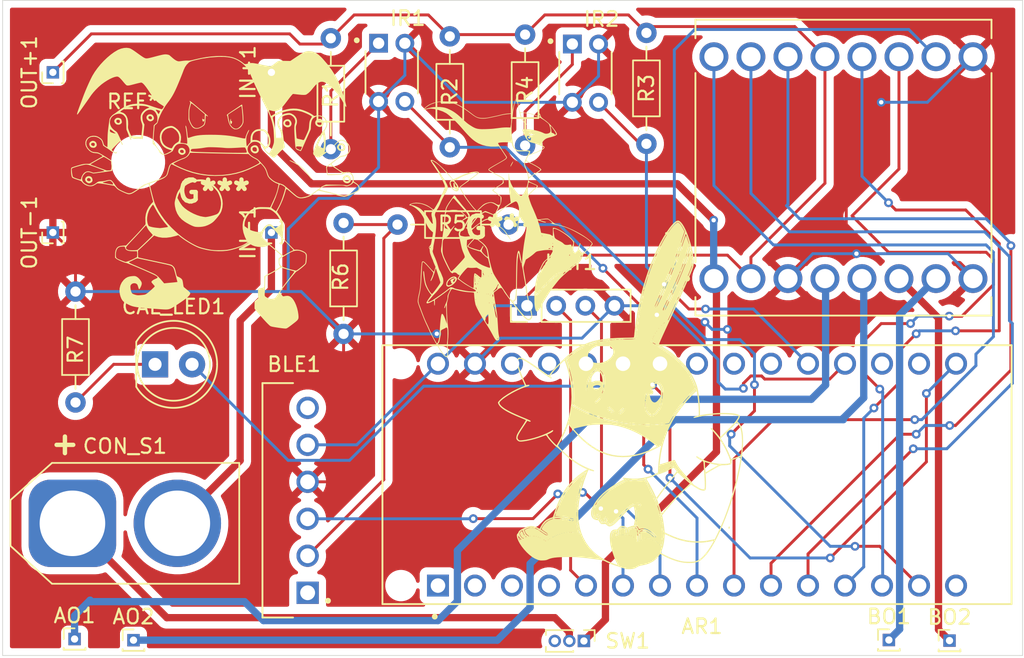
<source format=kicad_pcb>
(kicad_pcb (version 20241229) (generator "pcbnew") (generator_version "9.0")
  (layers (0 "F.Cu" signal) (2 "B.Cu" signal) (13 "F.Paste" user) (15 "B.Paste" user) (5 "F.SilkS" user "F.Silkscreen") (7 "B.SilkS" user "B.Silkscreen") (1 "F.Mask" user) (3 "B.Mask" user) (25 "Edge.Cuts" user))
  (net 0 "")
  (net 1 "/ao1")
  (net 2 "/ao2")
  (net 3 "/tx")
  (net 4 "/echo")
  (net 5 "/d13")
  (net 7 "/trig")
  (net 8 "/d7")
  (net 9 "/a1")
  (net 10 "/d8")
  (net 13 "/ao")
  (net 14 "GND")
  (net 18 "/d10")
  (net 20 "VCC")
  (net 21 "/d11")
  (net 24 "/rx")
  (net 27 "/d9")
  (net 30 "/d6")
  (net 33 "/bo1")
  (net 34 "/bo2")
  (net 35 "/s_in+")
  (net 38 "Net-(BLE1-RX)")
  (net 39 "/s_in-")
  (net 40 "Net-(CON_S1-Pin_1)")
  (net 41 "Net-(IR1-Pad1)")
  (net 42 "Net-(IR2-Pad1)")
  (net 44 "Net-(CAL_LED1-K)")
  (footprint "Connector_PinHeader_1.00mm:PinHeader_1x01_P1.00mm_Vertical" (layer "F.Cu") (at 30.446257 16.944032 90)
    (property "Reference" "IN+1" (at 0 -1.61 90) (layer "F.SilkS"))
    (property "Value" "Conn_01x01_Pin" (hide yes))
    (pad "1" thru_hole rect (at 0 0 90) (size 0.85 0.85) (drill 0.5) (layers "*.Cu" "*.Mask") (net 35 "/s_in+"))
  )
  (footprint "Images:mr_mime" (layer "F.Cu") (at 26.49633 25.128539)
    (property "Reference" "G***" (at 0 0 0) (layer "F.SilkS") (effects (font (size 1.5 1.5) (thickness 0.3))))
    (property "Value" "LOGO" (hide yes))
  )
  (footprint "Connector_PinHeader_1.00mm:PinHeader_1x01_P1.00mm_Vertical" (layer "F.Cu") (at 15.446257 27.944032 90)
    (property "Reference" "OUT-1" (at 0 -1.61 90) (layer "F.SilkS"))
    (property "Value" "Conn_01x01_Pin" (hide yes))
    (pad "1" thru_hole rect (at 0 0 90) (size 0.85 0.85) (drill 0.5) (layers "*.Cu" "*.Mask") (net 14 "GND"))
  )
  (footprint "Connector_PinHeader_1.00mm:PinHeader_1x03_P1.00mm_Vertical" (layer "F.Cu") (at 51.895023 55.999984 -90)
    (property "Reference" "SW1" (at 0 -3 0) (layer "F.SilkS"))
    (property "Value" "Conn_01x03_Pin" (hide yes))
    (pad "1" thru_hole rect (at 0 0 270) (size 0.85 0.85) (drill 0.5) (layers "*.Cu" "*.Mask") (net 35 "/s_in+"))
    (pad "2" thru_hole circle (at 0 1 270) (size 0.85 0.85) (drill 0.5) (layers "*.Cu" "*.Mask") (net 40 "Net-(CON_S1-Pin_1)"))
    (pad "3" thru_hole circle (at 0 2 270) (size 0.85 0.85) (drill 0.5) (layers "*.Cu" "*.Mask"))
  )
  (footprint "Connector_PinHeader_1.00mm:PinHeader_1x01_P1.00mm_Vertical" (layer "F.Cu") (at 15.446257 16.944032 90)
    (property "Reference" "OUT+1" (at 0 -1.61 90) (layer "F.SilkS"))
    (property "Value" "Conn_01x01_Pin" (hide yes))
    (pad "1" thru_hole rect (at 0 0 90) (size 0.85 0.85) (drill 0.5) (layers "*.Cu" "*.Mask") (net 20 "VCC"))
  )
  (footprint "ZC142200:MODULE_ZC142200" (layer "F.Cu") (at 32.931652 46.339103 180)
    (property "Reference" "BLE1" (at 0.931652 9.339103 180) (layer "F.SilkS"))
    (property "Value" "ZC142200" (hide yes))
    (pad "1" thru_hole rect (at 0 -6.35 180) (size 1.53 1.53) (drill 1.02) (layers "*.Cu" "*.Mask"))
    (pad "2" thru_hole circle (at 0 -3.81 180) (size 1.53 1.53) (drill 1.02) (layers "*.Cu" "*.Mask") (net 38 "Net-(BLE1-RX)"))
    (pad "3" thru_hole circle (at 0 -1.27 180) (size 1.53 1.53) (drill 1.02) (layers "*.Cu" "*.Mask") (net 3 "/tx"))
    (pad "4" thru_hole circle (at 0 1.27 180) (size 1.53 1.53) (drill 1.02) (layers "*.Cu" "*.Mask") (net 14 "GND"))
    (pad "5" thru_hole circle (at 0 3.81 180) (size 1.53 1.53) (drill 1.02) (layers "*.Cu" "*.Mask") (net 20 "VCC"))
    (pad "6" thru_hole circle (at 0 6.35 180) (size 1.53 1.53) (drill 1.02) (layers "*.Cu" "*.Mask"))
  )
  (footprint "Connector_PinHeader_1.00mm:PinHeader_1x01_P1.00mm_Vertical" (layer "F.Cu") (at 72.825855 55.934618)
    (property "Reference" "BO1" (at 0 -1.61 0) (layer "F.SilkS"))
    (property "Value" "Conn_01x01_Pin" (hide yes))
    (pad "1" thru_hole rect (at 0 0) (size 0.85 0.85) (drill 0.5) (layers "*.Cu" "*.Mask") (net 33 "/bo1"))
  )
  (footprint "QRE1113:DIP400W50P180L360H200Q4" (layer "F.Cu") (at 52 17)
    (property "Reference" "IR2" (at 1.10308 -3.71173 0) (layer "F.SilkS") (effects (font (size 1.001528 1.001528))))
    (property "Value" "QRE1113" (hide yes))
    (pad "1" thru_hole rect (at -0.9 -2) (size 1.288 1.288) (drill 0.78) (layers "*.Cu" "*.Mask") (net 42 "Net-(IR2-Pad1)"))
    (pad "2" thru_hole circle (at -0.9 2) (size 1.288 1.288) (drill 0.78) (layers "*.Cu" "*.Mask") (net 14 "GND"))
    (pad "3" thru_hole circle (at 0.9 2) (size 1.288 1.288) (drill 0.78) (layers "*.Cu" "*.Mask") (net 9 "/a1"))
    (pad "4" thru_hole circle (at 0.9 -2) (size 1.288 1.288) (drill 0.78) (layers "*.Cu" "*.Mask") (net 14 "GND"))
  )
  (footprint "Connector_PinHeader_1.00mm:PinHeader_1x01_P1.00mm_Vertical" (layer "F.Cu") (at 30.446257 27.944032 90)
    (property "Reference" "IN-1" (at 0 -1.61 90) (layer "F.SilkS"))
    (property "Value" "Conn_01x01_Pin" (hide yes))
    (pad "1" thru_hole rect (at 0 0 90) (size 0.85 0.85) (drill 0.5) (layers "*.Cu" "*.Mask") (net 39 "/s_in-"))
  )
  (footprint "QRE1113:DIP400W50P180L360H200Q4" (layer "F.Cu") (at 38.70423 16.943478)
    (property "Reference" "IR1" (at 1.10308 -3.71173 0) (layer "F.SilkS") (effects (font (size 1.001528 1.001528))))
    (property "Value" "QRE1113" (hide yes))
    (pad "1" thru_hole rect (at -0.9 -2) (size 1.288 1.288) (drill 0.78) (layers "*.Cu" "*.Mask") (net 41 "Net-(IR1-Pad1)"))
    (pad "2" thru_hole circle (at -0.9 2) (size 1.288 1.288) (drill 0.78) (layers "*.Cu" "*.Mask") (net 14 "GND"))
    (pad "3" thru_hole circle (at 0.9 2) (size 1.288 1.288) (drill 0.78) (layers "*.Cu" "*.Mask") (net 13 "/ao"))
    (pad "4" thru_hole circle (at 0.9 -2) (size 1.288 1.288) (drill 0.78) (layers "*.Cu" "*.Mask") (net 14 "GND"))
  )
  (footprint "A000005:MODULE_A000005" (layer "F.Cu") (at 59.657238 44.576412 90)
    (property "Reference" "AR1" (at -10.423588 0.342762 180) (layer "F.SilkS"))
    (property "Value" "A000005" (hide yes))
    (pad "" np_thru_hole circle (at -7.62 -20.32 90) (size 1.651 1.651) (drill 1.651) (layers "*.Cu" "*.Mask"))
    (pad "" np_thru_hole circle (at -7.62 20.32 90) (size 1.651 1.651) (drill 1.651) (layers "*.Cu" "*.Mask"))
    (pad "" np_thru_hole circle (at 7.62 -20.32 90) (size 1.651 1.651) (drill 1.651) (layers "*.Cu" "*.Mask"))
    (pad "" np_thru_hole circle (at 7.62 20.32 90) (size 1.651 1.651) (drill 1.651) (layers "*.Cu" "*.Mask"))
    (pad "1" thru_hole rect (at -7.62 -17.78 90) (size 1.508 1.508) (drill 1) (layers "*.Cu" "*.Mask"))
    (pad "2" thru_hole circle (at -7.62 -15.24 90) (size 1.508 1.508) (drill 1) (layers "*.Cu" "*.Mask"))
    (pad "3" thru_hole circle (at -7.62 -12.7 90) (size 1.508 1.508) (drill 1) (layers "*.Cu" "*.Mask"))
    (pad "4" thru_hole circle (at -7.62 -10.16 90) (size 1.508 1.508) (drill 1) (layers "*.Cu" "*.Mask"))
    (pad "5" thru_hole circle (at -7.62 -7.62 90) (size 1.508 1.508) (drill 1) (layers "*.Cu" "*.Mask") (net 7 "/trig"))
    (pad "6" thru_hole circle (at -7.62 -5.08 90) (size 1.508 1.508) (drill 1) (layers "*.Cu" "*.Mask") (net 4 "/echo"))
    (pad "7" thru_hole circle (at -7.62 -2.54 90) (size 1.508 1.508) (drill 1) (layers "*.Cu" "*.Mask") (net 3 "/tx"))
    (pad "8" thru_hole circle (at -7.62 0 90) (size 1.508 1.508) (drill 1) (layers "*.Cu" "*.Mask") (net 24 "/rx"))
    (pad "9" thru_hole circle (at -7.62 2.54 90) (size 1.508 1.508) (drill 1) (layers "*.Cu" "*.Mask") (net 30 "/d6"))
    (pad "10" thru_hole circle (at -7.62 5.08 90) (size 1.508 1.508) (drill 1) (layers "*.Cu" "*.Mask") (net 8 "/d7"))
    (pad "11" thru_hole circle (at -7.62 7.62 90) (size 1.508 1.508) (drill 1) (layers "*.Cu" "*.Mask") (net 10 "/d8"))
    (pad "12" thru_hole circle (at -7.62 10.16 90) (size 1.508 1.508) (drill 1) (layers "*.Cu" "*.Mask") (net 27 "/d9"))
    (pad "13" thru_hole circle (at -7.62 12.7 90) (size 1.508 1.508) (drill 1) (layers "*.Cu" "*.Mask") (net 18 "/d10"))
    (pad "14" thru_hole circle (at -7.62 15.24 90) (size 1.508 1.508) (drill 1) (layers "*.Cu" "*.Mask") (net 21 "/d11"))
    (pad "15" thru_hole circle (at -7.62 17.78 90) (size 1.508 1.508) (drill 1) (layers "*.Cu" "*.Mask"))
    (pad "16" thru_hole circle (at 7.62 17.78 90) (size 1.508 1.508) (drill 1) (layers "*.Cu" "*.Mask") (net 5 "/d13"))
    (pad "17" thru_hole circle (at 7.62 15.24 90) (size 1.508 1.508) (drill 1) (layers "*.Cu" "*.Mask"))
    (pad "18" thru_hole circle (at 7.62 12.7 90) (size 1.508 1.508) (drill 1) (layers "*.Cu" "*.Mask"))
    (pad "19" thru_hole circle (at 7.62 10.16 90) (size 1.508 1.508) (drill 1) (layers "*.Cu" "*.Mask") (net 13 "/ao"))
    (pad "20" thru_hole circle (at 7.62 7.62 90) (size 1.508 1.508) (drill 1) (layers "*.Cu" "*.Mask") (net 9 "/a1"))
    (pad "21" thru_hole circle (at 7.62 5.08 90) (size 1.508 1.508) (drill 1) (layers "*.Cu" "*.Mask"))
    (pad "22" thru_hole circle (at 7.62 2.54 90) (size 1.508 1.508) (drill 1) (layers "*.Cu" "*.Mask"))
    (pad "23" thru_hole circle (at 7.62 0 90) (size 1.508 1.508) (drill 1) (layers "*.Cu" "*.Mask"))
    (pad "24" thru_hole circle (at 7.62 -2.54 90) (size 1.508 1.508) (drill 1) (layers "*.Cu" "*.Mask"))
    (pad "25" thru_hole circle (at 7.62 -5.08 90) (size 1.508 1.508) (drill 1) (layers "*.Cu" "*.Mask"))
    (pad "26" thru_hole circle (at 7.62 -7.62 90) (size 1.508 1.508) (drill 1) (layers "*.Cu" "*.Mask"))
    (pad "27" thru_hole circle (at 7.62 -10.16 90) (size 1.508 1.508) (drill 1) (layers "*.Cu" "*.Mask"))
    (pad "28" thru_hole circle (at 7.62 -12.7 90) (size 1.508 1.508) (drill 1) (layers "*.Cu" "*.Mask"))
    (pad "29" thru_hole circle (at 7.62 -15.24 90) (size 1.508 1.508) (drill 1) (layers "*.Cu" "*.Mask") (net 14 "GND"))
    (pad "30" thru_hole circle (at 7.62 -17.78 90) (size 1.508 1.508) (drill 1) (layers "*.Cu" "*.Mask") (net 20 "VCC"))
  )
  (footprint "LED_THT:LED_D5.0mm" (layer "F.Cu") (at 22.46 37)
    (property "Reference" "CAL_LED1" (at 1.27 -3.96 0) (layer "F.SilkS"))
    (property "Value" "CAL_LED" (hide yes))
    (pad "1" thru_hole rect (at 0 0) (size 1.8 1.8) (drill 0.9) (layers "*.Cu" "*.Mask") (net 44 "Net-(CAL_LED1-K)"))
    (pad "2" thru_hole circle (at 2.54 0) (size 1.8 1.8) (drill 0.9) (layers "*.Cu" "*.Mask") (net 5 "/d13"))
  )
  (footprint "Connector_PinHeader_1.00mm:PinHeader_1x01_P1.00mm_Vertical" (layer "F.Cu") (at 20.979689 55.945515)
    (property "Reference" "AO2" (at 0 -1.61 0) (layer "F.SilkS"))
    (property "Value" "Conn_01x01_Pin" (hide yes))
    (pad "1" thru_hole rect (at 0 0) (size 0.85 0.85) (drill 0.5) (layers "*.Cu" "*.Mask") (net 2 "/ao2"))
  )
  (footprint "Resistor_THT:R_Axial_DIN0204_L3.6mm_D1.6mm_P7.62mm_Horizontal" (layer "F.Cu") (at 47.857997 21.971998 90)
    (property "Reference" "R4" (at 3.81 0 90) (layer "F.SilkS"))
    (property "Value" "330" (hide yes))
    (pad "1" thru_hole circle (at 0 0 90) (size 1.4 1.4) (drill 0.7) (layers "*.Cu" "*.Mask") (net 42 "Net-(IR2-Pad1)"))
    (pad "2" thru_hole circle (at 7.62 0 90) (size 1.4 1.4) (drill 0.7) (layers "*.Cu" "*.Mask") (net 20 "VCC"))
  )
  (footprint "Resistor_THT:R_Axial_DIN0204_L3.6mm_D1.6mm_P7.62mm_Horizontal" (layer "F.Cu") (at 39.1 27.4)
    (property "Reference" "R5" (at 3.76 -0.07 0) (layer "F.SilkS"))
    (property "Value" "1k" (hide yes))
    (pad "1" thru_hole circle (at 0 0) (size 1.4 1.4) (drill 0.7) (layers "*.Cu" "*.Mask") (net 38 "Net-(BLE1-RX)"))
    (pad "2" thru_hole circle (at 7.62 0) (size 1.4 1.4) (drill 0.7) (layers "*.Cu" "*.Mask") (net 24 "/rx"))
  )
  (footprint "Resistor_THT:R_Axial_DIN0204_L3.6mm_D1.6mm_P7.62mm_Horizontal" (layer "F.Cu") (at 56.184994 21.854999 90)
    (property "Reference" "R3" (at 3.81 0 90) (layer "F.SilkS"))
    (property "Value" "10k" (hide yes))
    (pad "1" thru_hole circle (at 0 0 90) (size 1.4 1.4) (drill 0.7) (layers "*.Cu" "*.Mask") (net 9 "/a1"))
    (pad "2" thru_hole circle (at 7.62 0 90) (size 1.4 1.4) (drill 0.7) (layers "*.Cu" "*.Mask") (net 20 "VCC"))
  )
  (footprint "Connector_PinHeader_1.00mm:PinHeader_1x01_P1.00mm_Vertical" (layer "F.Cu") (at 76.987432 55.974966)
    (property "Reference" "BO2" (at 0 -1.61 0) (layer "F.SilkS"))
    (property "Value" "Conn_01x01_Pin" (hide yes))
    (pad "1" thru_hole rect (at 0 0) (size 0.85 0.85) (drill 0.5) (layers "*.Cu" "*.Mask") (net 34 "/bo2"))
  )
  (footprint "Images:arceus" (layer "F.Cu") (at 46.2 27.6)
    (property "Reference" "G***" (at 0 0 0) (layer "F.SilkS") (effects (font (size 1.5 1.5) (thickness 0.3))))
    (property "Value" "LOGO" (hide yes))
  )
  (footprint "Resistor_THT:R_Axial_DIN0204_L3.6mm_D1.6mm_P7.62mm_Horizontal" (layer "F.Cu") (at 42.689548 22.092603 90)
    (property "Reference" "R2" (at 3.81 0 90) (layer "F.SilkS"))
    (property "Value" "10k" (hide yes))
    (pad "1" thru_hole circle (at 0 0 90) (size 1.4 1.4) (drill 0.7) (layers "*.Cu" "*.Mask") (net 13 "/ao"))
    (pad "2" thru_hole circle (at 7.62 0 90) (size 1.4 1.4) (drill 0.7) (layers "*.Cu" "*.Mask") (net 20 "VCC"))
  )
  (footprint "ROB-14450:MODULE_ROB-14450" (layer "F.Cu") (at 69.707886 23.490744 90)
    (property "Reference" "BH1" (at -5.5332 -11.6132 90) (layer "F.SilkS"))
    (property "Value" "ROB-14450" (hide yes))
    (pad "1" thru_hole circle (at -7.62 -8.89 90) (size 1.98 1.98) (drill 1.32) (layers "*.Cu" "*.Mask") (net 35 "/s_in+"))
    (pad "2" thru_hole circle (at -7.62 -6.35 90) (size 1.98 1.98) (drill 1.32) (layers "*.Cu" "*.Mask") (net 20 "VCC"))
    (pad "3" thru_hole circle (at -7.62 -3.81 90) (size 1.98 1.98) (drill 1.32) (layers "*.Cu" "*.Mask") (net 14 "GND"))
    (pad "4" thru_hole circle (at -7.62 -1.27 90) (size 1.98 1.98) (drill 1.32) (layers "*.Cu" "*.Mask") (net 1 "/ao1"))
    (pad "5" thru_hole circle (at -7.62 1.27 90) (size 1.98 1.98) (drill 1.32) (layers "*.Cu" "*.Mask") (net 2 "/ao2"))
    (pad "6" thru_hole circle (at -7.62 3.81 90) (size 1.98 1.98) (drill 1.32) (layers "*.Cu" "*.Mask") (net 34 "/bo2"))
    (pad "7" thru_hole circle (at -7.62 6.35 90) (size 1.98 1.98) (drill 1.32) (layers "*.Cu" "*.Mask") (net 33 "/bo1"))
    (pad "8" thru_hole circle (at -7.62 8.89 90) (size 1.98 1.98) (drill 1.32) (layers "*.Cu" "*.Mask") (net 14 "GND"))
    (pad "9" thru_hole circle (at 7.62 8.89 90) (size 1.98 1.98) (drill 1.32) (layers "*.Cu" "*.Mask") (net 14 "GND"))
    (pad "10" thru_hole circle (at 7.62 6.35 90) (size 1.98 1.98) (drill 1.32) (layers "*.Cu" "*.Mask") (net 21 "/d11"))
    (pad "11" thru_hole circle (at 7.62 3.81 90) (size 1.98 1.98) (drill 1.32) (layers "*.Cu" "*.Mask") (net 18 "/d10"))
    (pad "12" thru_hole circle (at 7.62 1.27 90) (size 1.98 1.98) (drill 1.32) (layers "*.Cu" "*.Mask") (net 27 "/d9"))
    (pad "13" thru_hole circle (at 7.62 -1.27 90) (size 1.98 1.98) (drill 1.32) (layers "*.Cu" "*.Mask") (net 20 "VCC"))
    (pad "14" thru_hole circle (at 7.62 -3.81 90) (size 1.98 1.98) (drill 1.32) (layers "*.Cu" "*.Mask") (net 8 "/d7"))
    (pad "15" thru_hole circle (at 7.62 -6.35 90) (size 1.98 1.98) (drill 1.32) (layers "*.Cu" "*.Mask") (net 10 "/d8"))
    (pad "16" thru_hole circle (at 7.62 -8.89 90) (size 1.98 1.98) (drill 1.32) (layers "*.Cu" "*.Mask") (net 30 "/d6"))
  )
  (footprint "Resistor_THT:R_Axial_DIN0204_L3.6mm_D1.6mm_P7.62mm_Horizontal" (layer "F.Cu") (at 17 39.62 90)
    (property "Reference" "R7" (at 3.62 0 90) (layer "F.SilkS"))
    (property "Value" "330")
    (pad "1" thru_hole circle (at 0 0 90) (size 1.4 1.4) (drill 0.7) (layers "*.Cu" "*.Mask") (net 44 "Net-(CAL_LED1-K)"))
    (pad "2" thru_hole circle (at 7.62 0 90) (size 1.4 1.4) (drill 0.7) (layers "*.Cu" "*.Mask") (net 14 "GND"))
  )
  (footprint "Connector_AMASS:AMASS_XT60-M_1x02_P7.20mm_Vertical" (layer "F.Cu") (at 16.789103 47.920755)
    (property "Reference" "CON_S1" (at 3.6 -5.3 180) (layer "F.SilkS"))
    (property "Value" "Conn_01x02_Socket" (hide yes))
    (pad "1" thru_hole roundrect (at 0 0) (size 6 6) (drill 4.5) (layers "*.Cu" "*.Mask") (net 40 "Net-(CON_S1-Pin_1)"))
    (pad "2" thru_hole circle (at 7.2 0) (size 6 6) (drill 4.5) (layers "*.Cu" "*.Mask") (net 39 "/s_in-"))
  )
  (footprint "Resistor_THT:R_Axial_DIN0204_L3.6mm_D1.6mm_P7.62mm_Horizontal" (layer "F.Cu") (at 34.524612 22.222205 90)
    (property "Reference" "R1" (at 3.81 0 90) (layer "F.SilkS"))
    (property "Value" "330" (hide yes))
    (pad "1" thru_hole circle (at 0 0 90) (size 1.4 1.4) (drill 0.7) (layers "*.Cu" "*.Mask") (net 41 "Net-(IR1-Pad1)"))
    (pad "2" thru_hole circle (at 7.62 0 90) (size 1.4 1.4) (drill 0.7) (layers "*.Cu" "*.Mask") (net 20 "VCC"))
  )
  (footprint "Connector_PinHeader_1.00mm:PinHeader_1x01_P1.00mm_Vertical" (layer "F.Cu") (at 16.936101 55.867754)
    (property "Reference" "AO1" (at 0 -1.61 0) (layer "F.SilkS"))
    (property "Value" "Conn_01x01_Pin" (hide yes))
    (pad "1" thru_hole rect (at 0 0) (size 0.85 0.85) (drill 0.5) (layers "*.Cu" "*.Mask") (net 1 "/ao1"))
  )
  (footprint "Images:mudkip" (layer "F.Cu") (at 54.4 39.1)
    (property "Reference" "G***" (at 0 0 0) (layer "F.SilkS") (effects (font (size 1.5 1.5) (thickness 0.3))))
    (property "Value" "LOGO" (hide yes))
  )
  (footprint "Connector_PinHeader_2.00mm:PinHeader_1x04_P2.00mm_Vertical" (layer "F.Cu") (at 47.990166 32.975949 90)
    (property "Reference" "ULT1" (at 2.975949 3.009834 180) (layer "F.SilkS"))
    (property "Value" "Conn_01x04_Socket" (hide yes))
    (pad "1" thru_hole rect (at 0 0 90) (size 1.35 1.35) (drill 0.8) (layers "*.Cu" "*.Mask") (net 20 "VCC"))
    (pad "2" thru_hole circle (at 0 2 90) (size 1.35 1.35) (drill 0.8) (layers "*.Cu" "*.Mask") (net 7 "/trig"))
    (pad "3" thru_hole circle (at 0 4 90) (size 1.35 1.35) (drill 0.8) (layers "*.Cu" "*.Mask") (net 4 "/echo"))
    (pad "4" thru_hole circle (at 0 6 90) (size 1.35 1.35) (drill 0.8) (layers "*.Cu" "*.Mask") (net 14 "GND"))
  )
  (footprint "MountingHole:MountingHole_3.2mm_M3" (layer "F.Cu") (at 21.3 23.1)
    (property "Reference" "REF**" (at 0 -4.15 0) (layer "F.SilkS"))
    (property "Value" "MountingHole_3.2mm_M3")
    (pad "" np_thru_hole circle (at 0 0) (size 3.2 3.2) (drill 3.2) (layers "*.Cu" "*.Mask"))
  )
  (footprint "Resistor_THT:R_Axial_DIN0204_L3.6mm_D1.6mm_P7.62mm_Horizontal" (layer "F.Cu") (at 35.4 34.91 90)
    (property "Reference" "R6" (at 3.91 -0.2 90) (layer "F.SilkS"))
    (property "Value" "2k" (hide yes))
    (pad "1" thru_hole circle (at 0 0 90) (size 1.4 1.4) (drill 0.7) (layers "*.Cu" "*.Mask") (net 14 "GND"))
    (pad "2" thru_hole circle (at 7.62 0 90) (size 1.4 1.4) (drill 0.7) (layers "*.Cu" "*.Mask") (net 38 "Net-(BLE1-RX)"))
  )
  (gr_line (start 82 12) (end 82 57) (stroke (width 0.05)) (layer "Edge.Cuts"))
  (gr_line (start 12 12) (end 82 12) (stroke (width 0.05)) (layer "Edge.Cuts"))
  (gr_line (start 82 57) (end 12 57) (stroke (width 0.05)) (layer "Edge.Cuts"))
  (gr_line (start 12 57) (end 12 12) (stroke (width 0.05)) (layer "Edge.Cuts"))
  (gr_text "+" (at 17.4 43.3 0) (layer "F.SilkS") (effects (font (size 1.5 1.5) (thickness 0.3) (bold yes)) (justify left bottom mirror)))
  (segment (start 68.482238 38.417762) (end 68.482238 31.155096) (width 0.5) (layer "B.Cu") (net 1))
  (segment (start 67.5 39.4) (end 68.482238 38.417762) (width 0.5) (layer "B.Cu") (net 1))
  (segment (start 29.9 54.6) (end 41.88365 54.6) (width 0.5) (layer "B.Cu") (net 1))
  (segment (start 41.88365 54.6) (end 43.212238 53.271412) (width 0.5) (layer "B.Cu") (net 1))
  (segment (start 28.6 53.3) (end 29.9 54.6) (width 0.5) (layer "B.Cu") (net 1))
  (segment (start 43.212238 49.787762) (end 53.6 39.4) (width 0.5) (layer "B.Cu") (net 1))
  (segment (start 18.1 53.3) (end 28.6 53.3) (width 0.5) (layer "B.Cu") (net 1))
  (segment (start 68.482238 31.155096) (end 68.437886 31.110744) (width 0.5) (layer "B.Cu") (net 1))
  (segment (start 16.936101 55.867754) (end 16.936101 54.263899) (width 0.5) (layer "B.Cu") (net 1))
  (segment (start 53.6 39.4) (end 67.5 39.4) (width 0.5) (layer "B.Cu") (net 1))
  (segment (start 16.936101 54.263899) (end 18 53.2) (width 0.5) (layer "B.Cu") (net 1))
  (segment (start 18 53.2) (end 18.1 53.3) (width 0.5) (layer "B.Cu") (net 1))
  (segment (start 43.212238 53.271412) (end 43.212238 49.787762) (width 0.5) (layer "B.Cu") (net 1))
  (segment (start 45.954485 55.945515) (end 48.2 53.7) (width 0.5) (layer "B.Cu") (net 2))
  (segment (start 20.979689 55.945515) (end 45.954485 55.945515) (width 0.5) (layer "B.Cu") (net 2))
  (segment (start 48.2 50.7) (end 58.1 40.8) (width 0.5) (layer "B.Cu") (net 2))
  (segment (start 71.1 31.232858) (end 70.977886 31.110744) (width 0.5) (layer "B.Cu") (net 2))
  (segment (start 69.7 40.7) (end 71.1 39.3) (width 0.5) (layer "B.Cu") (net 2))
  (segment (start 71.1 39.3) (end 71.1 31.232858) (width 0.5) (layer "B.Cu") (net 2))
  (segment (start 69.7 40.8) (end 69.7 40.7) (width 0.5) (layer "B.Cu") (net 2))
  (segment (start 58.1 40.8) (end 69.7 40.8) (width 0.5) (layer "B.Cu") (net 2))
  (segment (start 48.2 53.7) (end 48.2 50.7) (width 0.5) (layer "B.Cu") (net 2))
  (segment (start 48.4 47.6) (end 50.1 45.9) (width 0.2) (layer "F.Cu") (net 3))
  (segment (start 51.95147 45.8) (end 53.056066 46.904596) (width 0.2) (layer "F.Cu") (net 3))
  (segment (start 44.3 47.6) (end 48.4 47.6) (width 0.2) (layer "F.Cu") (net 3))
  (segment (start 51.8 45.8) (end 51.95147 45.8) (width 0.2) (layer "F.Cu") (net 3))
  (via (at 53.056066 46.904596) (size 0.6) (drill 0.3) (layers "F.Cu" "B.Cu") (net 3))
  (via (at 50.1 45.9) (size 0.6) (drill 0.3) (layers "F.Cu" "B.Cu") (net 3))
  (via (at 51.8 45.8) (size 0.6) (drill 0.3) (layers "F.Cu" "B.Cu") (net 3))
  (via (at 44.3 47.6) (size 0.6) (drill 0.3) (layers "F.Cu" "B.Cu") (net 3))
  (segment (start 54.348943 46.499) (end 57.117238 49.267295) (width 0.2) (layer "B.Cu") (net 3))
  (segment (start 53.056066 46.904596) (end 53.461662 46.499) (width 0.2) (layer "B.Cu") (net 3))
  (segment (start 51.7 45.9) (end 51.8 45.8) (width 0.2) (layer "B.Cu") (net 3))
  (segment (start 32.931652 47.609103) (end 44.290897 47.609103) (width 0.2) (layer "B.Cu") (net 3))
  (segment (start 57.117238 49.267295) (end 57.117238 52.196412) (width 0.2) (layer "B.Cu") (net 3))
  (segment (start 44.290897 47.609103) (end 44.3 47.6) (width 0.2) (layer "B.Cu") (net 3))
  (segment (start 53.461662 46.499) (end 54.348943 46.499) (width 0.2) (layer "B.Cu") (net 3))
  (segment (start 50.1 45.9) (end 51.7 45.9) (width 0.2) (layer "B.Cu") (net 3))
  (segment (start 53.1 46.1) (end 54.1 47.1) (width 0.2) (layer "F.Cu") (net 4))
  (segment (start 51.990166 32.975949) (end 53.1 34.085783) (width 0.2) (layer "F.Cu") (net 4))
  (segment (start 53.1 34.085783) (end 53.1 46.1) (width 0.2) (layer "F.Cu") (net 4))
  (via (at 54.1 47.1) (size 0.6) (drill 0.3) (layers "F.Cu" "B.Cu") (net 4))
  (segment (start 54.577238 47.577238) (end 54.577238 52.196412) (width 0.2) (layer "B.Cu") (net 4))
  (segment (start 54.1 47.1) (end 54.577238 47.577238) (width 0.2) (layer "B.Cu") (net 4))
  (segment (start 68.8 50.3) (end 75.4 43.7) (width 0.2) (layer "F.Cu") (net 5))
  (segment (start 75.4 43.7) (end 75.4 39) (width 0.2) (layer "F.Cu") (net 5))
  (segment (start 56.6 38.4) (end 57.8 39.6) (width 0.2) (layer "F.Cu") (net 5))
  (segment (start 57.8 39.6) (end 57.8 44.8) (width 0.2) (layer "F.Cu") (net 5))
  (via (at 57.8 44.8) (size 0.6) (drill 0.3) (layers "F.Cu" "B.Cu") (net 5))
  (via (at 75.4 39) (size 0.6) (drill 0.3) (layers "F.Cu" "B.Cu") (net 5))
  (via (at 68.8 50.3) (size 0.6) (drill 0.3) (layers "F.Cu" "B.Cu") (net 5))
  (via (at 56.6 38.4) (size 0.6) (drill 0.3) (layers "F.Cu" "B.Cu") (net 5))
  (segment (start 56.5 38.5) (end 56.6 38.4) (width 0.2) (layer "B.Cu") (net 5))
  (segment (start 57.8 44.8) (end 63.3 50.3) (width 0.2) (layer "B.Cu") (net 5))
  (segment (start 75.4 39) (end 75.4 38.99365) (width 0.2) (layer "B.Cu") (net 5))
  (segment (start 31.595103 43.595103) (end 35.805647 43.595103) (width 0.2) (layer "B.Cu") (net 5))
  (segment (start 40.90075 38.5) (end 55.8 38.5) (width 0.2) (layer "B.Cu") (net 5))
  (segment (start 25 37) (end 31.595103 43.595103) (width 0.2) (layer "B.Cu") (net 5))
  (segment (start 35.805647 43.595103) (end 40.90075 38.5) (width 0.2) (layer "B.Cu") (net 5))
  (segment (start 63.3 50.3) (end 68.8 50.3) (width 0.2) (layer "B.Cu") (net 5))
  (segment (start 55.8 38.5) (end 56.5 38.5) (width 0.2) (layer "B.Cu") (net 5))
  (segment (start 75.4 38.99365) (end 77.437238 36.956412) (width 0.2) (layer "B.Cu") (net 5))
  (segment (start 50.982238 51.141412) (end 52.037238 52.196412) (width 0.2) (layer "F.Cu") (net 7))
  (segment (start 49.990166 32.975949) (end 50.982238 33.968021) (width 0.2) (layer "F.Cu") (net 7))
  (segment (start 50.982238 33.968021) (end 50.982238 51.141412) (width 0.2) (layer "F.Cu") (net 7))
  (segment (start 64.737238 50.662762) (end 64.737238 52.196412) (width 0.2) (layer "F.Cu") (net 8))
  (segment (start 81.2 37.4) (end 77.4 41.2) (width 0.2) (layer "F.Cu") (net 8))
  (segment (start 81.2 28.851473) (end 81.2 37.4) (width 0.2) (layer "F.Cu") (net 8))
  (segment (start 77.4 41.2) (end 77 41.2) (width 0.2) (layer "F.Cu") (net 8))
  (segment (start 73.6 41.8) (end 64.737238 50.662762) (width 0.2) (layer "F.Cu") (net 8))
  (segment (start 74.7 41.8) (end 73.6 41.8) (width 0.2) (layer "F.Cu") (net 8))
  (via (at 77 41.2) (size 0.6) (drill 0.3) (layers "F.Cu" "B.Cu") (net 8))
  (via (at 81.2 28.851473) (size 0.6) (drill 0.3) (layers "F.Cu" "B.Cu") (net 8))
  (via (at 74.7 41.8) (size 0.6) (drill 0.3) (layers "F.Cu" "B.Cu") (net 8))
  (segment (start 81.2 28.7) (end 81.2 28.851473) (width 0.2) (layer "B.Cu") (net 8))
  (segment (start 65.897886 26.002114) (end 65.8 26.1) (width 0.2) (layer "B.Cu") (net 8))
  (segment (start 65.8 26.1) (end 66.7 27) (width 0.2) (layer "B.Cu") (net 8))
  (segment (start 65.897886 15.870744) (end 65.897886 26.002114) (width 0.2) (layer "B.Cu") (net 8))
  (segment (start 79.5 27) (end 81.2 28.7) (width 0.2) (layer "B.Cu") (net 8))
  (segment (start 67.2 27) (end 79.5 27) (width 0.2) (layer "B.Cu") (net 8))
  (segment (start 77 41.2) (end 75.3 41.2) (width 0.2) (layer "B.Cu") (net 8))
  (segment (start 75.3 41.2) (end 74.7 41.8) (width 0.2) (layer "B.Cu") (net 8))
  (segment (start 66.7 27) (end 67.2 27) (width 0.2) (layer "B.Cu") (net 8))
  (segment (start 59.1 33.2) (end 60.242238 33.2) (width 0.2) (layer "F.Cu") (net 9))
  (segment (start 57.4 31.5) (end 59.1 33.2) (width 0.2) (layer "F.Cu") (net 9))
  (segment (start 52.9 19) (end 55.754999 21.854999) (width 0.2) (layer "F.Cu") (net 9))
  (segment (start 55.754999 21.854999) (end 56.184994 21.854999) (width 0.2) (layer "F.Cu") (net 9))
  (via (at 57.4 31.5) (size 0.6) (drill 0.3) (layers "F.Cu" "B.Cu") (net 9))
  (via (at 60.242238 33.2) (size 0.6) (drill 0.3) (layers "F.Cu" "B.Cu") (net 9))
  (segment (start 56.184994 30.284994) (end 57.4 31.5) (width 0.2) (layer "B.Cu") (net 9))
  (segment (start 60.242238 33.2) (end 63.520826 33.2) (width 0.2) (layer "B.Cu") (net 9))
  (segment (start 56.184994 21.854999) (end 56.184994 30.284994) (width 0.2) (layer "B.Cu") (net 9))
  (segment (start 63.520826 33.2) (end 67.277238 36.956412) (width 0.2) (layer "B.Cu") (net 9))
  (segment (start 74.5 42.8) (end 67.277238 50.022762) (width 0.2) (layer "F.Cu") (net 10))
  (segment (start 67.277238 50.022762) (end 67.277238 52.196412) (width 0.2) (layer "F.Cu") (net 10))
  (via (at 74.5 42.8) (size 0.6) (drill 0.3) (layers "F.Cu" "B.Cu") (net 10))
  (segment (start 81.1 34) (end 81.3 34.2) (width 0.2) (layer "B.Cu") (net 10))
  (segment (start 79.4 27.9) (end 81.1 29.6) (width 0.2) (layer "B.Cu") (net 10))
  (segment (start 81.1 29.6) (end 81.1 34) (width 0.2) (layer "B.Cu") (net 10))
  (segment (start 81.3 34.2) (end 81.3 38.3) (width 0.2) (layer "B.Cu") (net 10))
  (segment (start 63.357886 15.870744) (end 63.357886 25.257886) (width 0.2) (layer "B.Cu") (net 10))
  (segment (start 66 27.9) (end 79.4 27.9) (width 0.2) (layer "B.Cu") (net 10))
  (segment (start 76.8 42.8) (end 74.5 42.8) (width 0.2) (layer "B.Cu") (net 10))
  (segment (start 81.3 38.3) (end 76.8 42.8) (width 0.2) (layer "B.Cu") (net 10))
  (segment (start 63.357886 25.257886) (end 66 27.9) (width 0.2) (layer "B.Cu") (net 10))
  (segment (start 62.840065 38.309992) (end 63.351057 37.799) (width 0.2) (layer "F.Cu") (net 13))
  (segment (start 64.08783 37.799) (end 64.300242 38.011412) (width 0.2) (layer "F.Cu") (net 13))
  (segment (start 63.351057 37.799) (end 64.08783 37.799) (width 0.2) (layer "F.Cu") (net 13))
  (segment (start 68.762238 38.011412) (end 69.817238 36.956412) (width 0.2) (layer "F.Cu") (net 13))
  (segment (start 62.840065 38.65) (end 62.840065 38.309992) (width 0.2) (layer "F.Cu") (net 13))
  (segment (start 39.60423 18.943478) (end 42.689548 22.028796) (width 0.2) (layer "F.Cu") (net 13))
  (segment (start 42.689548 22.028796) (end 42.689548 22.092603) (width 0.2) (layer "F.Cu") (net 13))
  (segment (start 64.300242 38.011412) (end 68.762238 38.011412) (width 0.2) (layer "F.Cu") (net 13))
  (via (at 62.840065 38.65) (size 0.6) (drill 0.3) (layers "F.Cu" "B.Cu") (net 13))
  (segment (start 61.1 36.6671) (end 61.1 38.2) (width 0.2) (layer "B.Cu") (net 13))
  (segment (start 42.689548 22.092603) (end 46.525503 22.092603) (width 0.2) (layer "B.Cu") (net 13))
  (segment (start 46.525503 22.092603) (end 61.1 36.6671) (width 0.2) (layer "B.Cu") (net 13))
  (segment (start 61.1 38.2) (end 61.6 38.7) (width 0.2) (layer "B.Cu") (net 13))
  (segment (start 62.790065 38.7) (end 62.840065 38.65) (width 0.2) (layer "B.Cu") (net 13))
  (segment (start 61.6 38.7) (end 62.790065 38.7) (width 0.2) (layer "B.Cu") (net 13))
  (segment (start 42.360826 34.9) (end 44.417238 36.956412) (width 0.2) (layer "F.Cu") (net 14))
  (segment (start 41.8 34.9) (end 42.360826 34.9) (width 0.2) (layer "F.Cu") (net 14))
  (segment (start 72.1 19) (end 72.3 19) (width 0.2) (layer "F.Cu") (net 14))
  (segment (start 34.930897 45.069103) (end 32.931652 45.069103) (width 0.2) (layer "F.Cu") (net 14))
  (segment (start 65.897886 31.110744) (end 62.40863 34.6) (width 0.2) (layer "F.Cu") (net 14))
  (segment (start 57.4 34.1) (end 56.9 33.6) (width 0.2) (layer "F.Cu") (net 14))
  (segment (start 35.4 44.6) (end 34.930897 45.069103) (width 0.2) (layer "F.Cu") (net 14))
  (segment (start 17 32) (end 17 29.497775) (width 0.2) (layer "F.Cu") (net 14))
  (segment (start 70.6 29.4) (end 69.9 28.7) (width 0.2) (layer "F.Cu") (net 14))
  (segment (start 35.4 34.91) (end 35.4 44.6) (width 0.2) (layer "F.Cu") (net 14))
  (segment (start 62.40863 34.6) (end 61.742238 34.6) (width 0.2) (layer "F.Cu") (net 14))
  (segment (start 69.9 28.7) (end 69.9 21.2) (width 0.2) (layer "F.Cu") (net 14))
  (segment (start 60.2 34.1) (end 57.4 34.1) (width 0.2) (layer "F.Cu") (net 14))
  (segment (start 69.9 21.2) (end 72.1 19) (width 0.2) (layer "F.Cu") (net 14))
  (segment (start 17 29.497775) (end 15.446257 27.944032) (width 0.2) (layer "F.Cu") (net 14))
  (via (at 41.8 34.9) (size 0.6) (drill 0.3) (layers "F.Cu" "B.Cu") (net 14))
  (via (at 60.2 34.1) (size 0.6) (drill 0.3) (layers "F.Cu" "B.Cu") (net 14))
  (via (at 72.3 19) (size 0.6) (drill 0.3) (layers "F.Cu" "B.Cu") (net 14))
  (via (at 56.9 33.6) (size 0.6) (drill 0.3) (layers "F.Cu" "B.Cu") (net 14))
  (via (at 61.742238 34.6) (size 0.6) (drill 0.3) (layers "F.Cu" "B.Cu") (net 14))
  (via (at 70.6 29.4) (size 0.6) (drill 0.3) (layers "F.Cu" "B.Cu") (net 14))
  (segment (start 51.766115 35.2) (end 46.17365 35.2) (width 0.2) (layer "B.Cu") (net 14))
  (segment (start 37.80423 23.470142) (end 35.674372 25.6) (width 0.2) (layer "B.Cu") (net 14))
  (segment (start 43.660752 19) (end 51.1 19) (width 0.2) (layer "B.Cu") (net 14))
  (segment (start 72.3 19) (end 75.46863 19) (width 0.2) (layer "B.Cu") (net 14))
  (segment (start 52.9 17.2) (end 52.9 15) (width 0.2) (layer "B.Cu") (net 14))
  (segment (start 33.7 25.6) (end 31.6 27.7) (width 0.2) (layer "B.Cu") (net 14))
  (segment (start 56.9 33.6) (end 56.275949 32.975949) (width 0.2) (layer "B.Cu") (net 14))
  (segment (start 17 32) (end 31.6 32) (width 0.2) (layer "B.Cu") (net 14))
  (segment (start 39.60423 17.143478) (end 39.60423 14.943478) (width 0.2) (layer "B.Cu") (net 14))
  (segment (start 35.4 34.91) (end 41.79 34.91) (width 0.2) (layer "B.Cu") (net 14))
  (segment (start 56.275949 32.975949) (end 53.990166 32.975949) (width 0.2) (layer "B.Cu") (net 14))
  (segment (start 31.6 27.7) (end 31.6 32) (width 0.2) (layer "B.Cu") (net 14))
  (segment (start 65.897886 31.110744) (end 67.60863 29.4) (width 0.2) (layer "B.Cu") (net 14))
  (segment (start 75.46863 19) (end 78.597886 15.870744) (width 0.2) (layer "B.Cu") (net 14))
  (segment (start 67.60863 29.4) (end 70.6 29.4) (width 0.2) (layer "B.Cu") (net 14))
  (segment (start 76.887142 29.4) (end 70.6 29.4) (width 0.2) (layer "B.Cu") (net 14))
  (segment (start 39.60423 14.943478) (end 43.660752 19) (width 0.2) (layer "B.Cu") (net 14))
  (segment (start 41.79 34.91) (end 41.8 34.9) (width 0.2) (layer "B.Cu") (net 14))
  (segment (start 51.1 19) (end 52.9 17.2) (width 0.2) (layer "B.Cu") (net 14))
  (segment (start 35.674372 25.6) (end 33.7 25.6) (width 0.2) (layer "B.Cu") (net 14))
  (segment (start 32.49 32) (end 35.4 34.91) (width 0.2) (layer "B.Cu") (net 14))
  (segment (start 37.80423 18.943478) (end 39.60423 17.143478) (width 0.2) (layer "B.Cu") (net 14))
  (segment (start 46.17365 35.2) (end 44.417238 36.956412) (width 0.2) (layer "B.Cu") (net 14))
  (segment (start 31.6 32) (end 32.49 32) (width 0.2) (layer "B.Cu") (net 14))
  (segment (start 78.597886 31.110744) (end 76.887142 29.4) (width 0.2) (layer "B.Cu") (net 14))
  (segment (start 53.990166 32.975949) (end 51.766115 35.2) (width 0.2) (layer "B.Cu") (net 14))
  (segment (start 61.742238 34.6) (end 60.7 34.6) (width 0.2) (layer "B.Cu") (net 14))
  (segment (start 60.7 34.6) (end 60.2 34.1) (width 0.2) (layer "B.Cu") (net 14))
  (segment (start 37.80423 18.943478) (end 37.80423 23.470142) (width 0.2) (layer "B.Cu") (net 14))
  (segment (start 72.299744 34.200256) (end 71.1 35.4) (width 0.2) (layer "F.Cu") (net 18))
  (segment (start 77 33.7) (end 76.982418 33.7) (width 0.2) (layer "F.Cu") (net 18))
  (segment (start 80 31.53438) (end 77.83438 33.7) (width 0.2) (layer "F.Cu") (net 18))
  (segment (start 79.1 29.3) (end 79.5 29.3) (width 0.2) (layer "F.Cu") (net 18))
  (segment (start 80 29.8) (end 80 31.53438) (width 0.2) (layer "F.Cu") (net 18))
  (segment (start 74.312238 34.200256) (end 72.299744 34.200256) (width 0.2) (layer "F.Cu") (net 18))
  (segment (start 79.5 29.3) (end 80 29.8) (width 0.2) (layer "F.Cu") (net 18))
  (segment (start 73.517886 23.582114) (end 70.3 26.8) (width 0.2) (layer "F.Cu") (net 18))
  (segment (start 71.1 37.6) (end 72.2 38.7) (width 0.2) (layer "F.Cu") (net 18))
  (segment (start 76.982418 33.7) (end 76.969414 33.686996) (width 0.2) (layer "F.Cu") (net 18))
  (segment (start 72.8 29.3) (end 79.1 29.3) (width 0.2) (layer "F.Cu") (net 18))
  (segment (start 71.1 35.4) (end 71.1 37.6) (width 0.2) (layer "F.Cu") (net 18))
  (segment (start 73.517886 15.870744) (end 73.517886 23.582114) (width 0.2) (layer "F.Cu") (net 18))
  (segment (start 70.3 26.8) (end 72.8 29.3) (width 0.2) (layer "F.Cu") (net 18))
  (segment (start 77.83438 33.7) (end 77 33.7) (width 0.2) (layer "F.Cu") (net 18))
  (via (at 74.312238 34.200256) (size 0.6) (drill 0.3) (layers "F.Cu" "B.Cu") (net 18))
  (via (at 76.969414 33.686996) (size 0.6) (drill 0.3) (layers "F.Cu" "B.Cu") (net 18))
  (via (at 72.2 38.7) (size 0.6) (drill 0.3) (layers "F.Cu" "B.Cu") (net 18))
  (segment (start 72.4 38.9) (end 72.4 52.15365) (width 0.2) (layer "B.Cu") (net 18))
  (segment (start 72.4 52.15365) (end 72.357238 52.196412) (width 0.2) (layer "B.Cu") (net 18))
  (segment (start 76.969414 33.686996) (end 74.825498 33.686996) (width 0.2) (layer "B.Cu") (net 18))
  (segment (start 74.825498 33.686996) (end 74.312238 34.200256) (width 0.2) (layer "B.Cu") (net 18))
  (segment (start 72.2 38.7) (end 72.4 38.9) (width 0.2) (layer "B.Cu") (net 18))
  (segment (start 18.090289 14.3) (end 31.7 14.3) (width 0.2) (layer "F.Cu") (net 20))
  (segment (start 47.857997 14.351998) (end 42.810153 14.351998) (width 0.2) (layer "F.Cu") (net 20))
  (segment (start 15.446257 16.944032) (end 18.090289 14.3) (width 0.2) (layer "F.Cu") (net 20))
  (segment (start 50.8 29.5) (end 47.990166 32.309834) (width 0.2) (layer "F.Cu") (net 20))
  (segment (start 34.524612 14.602205) (end 36.126817 13) (width 0.2) (layer "F.Cu") (net 20))
  (segment (start 42.810153 14.351998) (end 42.689548 14.472603) (width 0.2) (layer "F.Cu") (net 20))
  (segment (start 66.367142 13.8) (end 56.619993 13.8) (width 0.2) (layer "F.Cu") (net 20))
  (segment (start 47.990166 32.309834) (end 47.990166 32.975949) (width 0.2) (layer "F.Cu") (net 20))
  (segment (start 61.747142 29.5) (end 50.8 29.5) (width 0.2) (layer "F.Cu") (net 20))
  (segment (start 56.619993 13.8) (end 56.184994 14.234999) (width 0.2) (layer "F.Cu") (net 20))
  (segment (start 41.216945 13) (end 42.689548 14.472603) (width 0.2) (layer "F.Cu") (net 20))
  (segment (start 68.437886 15.870744) (end 66.367142 13.8) (width 0.2) (layer "F.Cu") (net 20))
  (segment (start 56.184994 14.234999) (end 54.949995 13) (width 0.2) (layer "F.Cu") (net 20))
  (segment (start 54.949995 13) (end 49.209995 13) (width 0.2) (layer "F.Cu") (net 20))
  (segment (start 63.357886 31.110744) (end 63.357886 29.642114) (width 0.2) (layer "F.Cu") (net 20))
  (segment (start 68.437886 24.562114) (end 68.437886 15.870744) (width 0.2) (layer "F.Cu") (net 20))
  (segment (start 63.357886 31.110744) (end 61.747142 29.5) (width 0.2) (layer "F.Cu") (net 20))
  (segment (start 32.4 15) (end 34.126817 15) (width 0.2) (layer "F.Cu") (net 20))
  (segment (start 49.209995 13) (end 47.857997 14.351998) (width 0.2) (layer "F.Cu") (net 20))
  (segment (start 36.126817 13) (end 41.216945 13) (width 0.2) (layer "F.Cu") (net 20))
  (segment (start 31.7 14.3) (end 32.4 15) (width 0.2) (layer "F.Cu") (net 20))
  (segment (start 63.357886 29.642114) (end 68.437886 24.562114) (width 0.2) (layer "F.Cu") (net 20))
  (segment (start 34.126817 15) (end 34.524612 14.602205) (width 0.2) (layer "F.Cu") (net 20))
  (segment (start 47.990166 32.975949) (end 45.857701 32.975949) (width 0.2) (layer "B.Cu") (net 20))
  (segment (start 41.877238 36.956412) (end 36.304547 42.529103) (width 0.2) (layer "B.Cu") (net 20))
  (segment (start 45.857701 32.975949) (end 41.877238 36.956412) (width 0.2) (layer "B.Cu") (net 20))
  (segment (start 36.304547 42.529103) (end 32.931652 42.529103) (width 0.2) (layer "B.Cu") (net 20))
  (segment (start 63.6 40.2) (end 62 41.8) (width 0.2) (layer "F.Cu") (net 21))
  (segment (start 63.6 38.4) (end 63.6 40.2) (width 0.2) (layer "F.Cu") (net 21))
  (segment (start 72.200826 49.5) (end 74.897238 52.196412) (width 0.2) (layer "F.Cu") (net 21))
  (segment (start 70.5 49.5) (end 72.200826 49.5) (width 0.2) (layer "F.Cu") (net 21))
  (via (at 62 41.8) (size 0.6) (drill 0.3) (layers "F.Cu" "B.Cu") (net 21))
  (via (at 70.5 49.5) (size 0.6) (drill 0.3) (layers "F.Cu" "B.Cu") (net 21))
  (via (at 63.6 38.4) (size 0.6) (drill 0.3) (layers "F.Cu" "B.Cu") (net 21))
  (segment (start 61.9 41.9) (end 61.9 42.6) (width 0.2) (layer "B.Cu") (net 21))
  (segment (start 59.85 34.85) (end 60.3 35.3) (width 0.2) (layer "B.Cu") (net 21))
  (segment (start 62 41.8) (end 61.9 41.9) (width 0.2) (layer "B.Cu") (net 21))
  (segment (start 59.6 34.6) (end 59.85 34.85) (width 0.2) (layer "B.Cu") (net 21))
  (segment (start 58.1 15.4) (end 58.1 15.7) (width 0.2) (layer "B.Cu") (net 21))
  (segment (start 60.3 35.3) (end 62.6 35.3) (width 0.2) (layer "B.Cu") (net 21))
  (segment (start 58.1 15.7) (end 58.1 33.1) (width 0.2) (layer "B.Cu") (net 21))
  (segment (start 63.6 36.3) (end 63.6 38.4) (width 0.2) (layer "B.Cu") (net 21))
  (segment (start 76.057886 15.870744) (end 74.187142 14) (width 0.2) (layer "B.Cu") (net 21))
  (segment (start 62.6 35.3) (end 63.6 36.3) (width 0.2) (layer "B.Cu") (net 21))
  (segment (start 61.9 42.6) (end 68.8 49.5) (width 0.2) (layer "B.Cu") (net 21))
  (segment (start 74.187142 14) (end 59.5 14) (width 0.2) (layer "B.Cu") (net 21))
  (segment (start 68.8 49.5) (end 70.5 49.5) (width 0.2) (layer "B.Cu") (net 21))
  (segment (start 59.5 14) (end 58.1 15.4) (width 0.2) (layer "B.Cu") (net 21))
  (segment (start 58.1 33.1) (end 59.6 34.6) (width 0.2) (layer "B.Cu") (net 21))
  (segment (start 55.999 43.899) (end 55.999 33.199) (width 0.2) (layer "F.Cu") (net 24))
  (segment (start 55.999 33.199) (end 53.2 30.4) (width 0.2) (layer "F.Cu") (net 24))
  (segment (start 56.3 44.2) (end 55.999 43.899) (width 0.2) (layer "F.Cu") (net 24))
  (via (at 53.2 30.4) (size 0.6) (drill 0.3) (layers "F.Cu" "B.Cu") (net 24))
  (via (at 56.3 44.2) (size 0.6) (drill 0.3) (layers "F.Cu" "B.Cu") (net 24))
  (segment (start 59.657238 47.557238) (end 56.3 44.2) (width 0.2) (layer "B.Cu") (net 24))
  (segment (start 53.2 30.4) (end 50.2 27.4) (width 0.2) (layer "B.Cu") (net 24))
  (segment (start 50.2 27.4) (end 46.72 27.4) (width 0.2) (layer "B.Cu") (net 24))
  (segment (start 59.657238 52.196412) (end 59.657238 47.557238) (width 0.2) (layer "B.Cu") (net 24))
  (segment (start 73.412238 38.387762) (end 71.8 40) (width 0.2) (layer "F.Cu") (net 27))
  (segment (start 73.3 26.4) (end 78.1 26.4) (width 0.2) (layer "F.Cu") (net 27))
  (segment (start 80.4 34.7) (end 77.4 34.7) (width 0.2) (layer "F.Cu") (net 27))
  (segment (start 74.7 34.9) (end 73.412238 36.187762) (width 0.2) (layer "F.Cu") (net 27))
  (segment (start 73.412238 36.187762) (end 73.412238 38.387762) (width 0.2) (layer "F.Cu") (net 27))
  (segment (start 78.1 26.4) (end 80.4 28.7) (width 0.2) (layer "F.Cu") (net 27))
  (segment (start 80.4 28.7) (end 80.4 34.7) (width 0.2) (layer "F.Cu") (net 27))
  (segment (start 72.8 25.9) (end 73.3 26.4) (width 0.2) (layer "F.Cu") (net 27))
  (via (at 71.8 40) (size 0.6) (drill 0.3) (layers "F.Cu" "B.Cu") (net 27))
  (via (at 72.8 25.9) (size 0.6) (drill 0.3) (layers "F.Cu" "B.Cu") (net 27))
  (via (at 74.7 34.9) (size 0.6) (drill 0.3) (layers "F.Cu" "B.Cu") (net 27))
  (via (at 77.4 34.7) (size 0.6) (drill 0.3) (layers "F.Cu" "B.Cu") (net 27))
  (segment (start 77.4 34.7) (end 74.9 34.7) (width 0.2) (layer "B.Cu") (net 27))
  (segment (start 74.9 34.7) (end 74.7 34.9) (width 0.2) (layer "B.Cu") (net 27))
  (segment (start 70.977886 15.870744) (end 70.977886 24.077886) (width 0.2) (layer "B.Cu") (net 27))
  (segment (start 70.977886 24.077886) (end 72.8 25.9) (width 0.2) (layer "B.Cu") (net 27))
  (segment (start 71.8 40) (end 71.1 40.7) (width 0.2) (layer "B.Cu") (net 27))
  (segment (start 71.1 40.7) (end 71.1 50.91365) (width 0.2) (layer "B.Cu") (net 27))
  (segment (start 71.1 50.91365) (end 69.817238 52.196412) (width 0.2) (layer "B.Cu") (net 27))
  (segment (start 64.9 40.8) (end 62.197238 43.502762) (width 0.2) (layer "F.Cu") (net 30))
  (segment (start 74.6 40.8) (end 64.9 40.8) (width 0.2) (layer "F.Cu") (net 30))
  (segment (start 62.197238 43.502762) (end 62.197238 52.196412) (width 0.2) (layer "F.Cu") (net 30))
  (via (at 74.6 40.8) (size 0.6) (drill 0.3) (layers "F.Cu" "B.Cu") (net 30))
  (segment (start 80 35.1) (end 78.8 36.3) (width 0.2) (layer "B.Cu") (net 30))
  (segment (start 79.6 28.9) (end 80 29.3) (width 0.2) (layer "B.Cu") (net 30))
  (segment (start 78.8 37.085646) (end 75.085646 40.8) (width 0.2) (layer "B.Cu") (net 30))
  (segment (start 60.817886 24.717886) (end 64.9 28.8) (width 0.2) (layer "B.Cu") (net 30))
  (segment (start 75.085646 40.8) (end 74.6 40.8) (width 0.2) (layer "B.Cu") (net 30))
  (segment (start 64.9 28.8) (end 79.5 28.8) (width 0.2) (layer "B.Cu") (net 30))
  (segment (start 80 29.3) (end 80 35.1) (width 0.2) (layer "B.Cu") (net 30))
  (segment (start 79.5 28.8) (end 79.6 28.9) (width 0.2) (layer "B.Cu") (net 30))
  (segment (start 60.817886 15.870744) (end 60.817886 24.717886) (width 0.2) (layer "B.Cu") (net 30))
  (segment (start 78.8 36.3) (end 78.8 37.085646) (width 0.2) (layer "B.Cu") (net 30))
  (segment (start 72.825855 55.934618) (end 73.562238 55.198235) (width 0.5) (layer "B.Cu") (net 33))
  (segment (start 73.562238 55.198235) (end 73.562238 33.606392) (width 0.5) (layer "B.Cu") (net 33))
  (segment (start 73.562238 33.606392) (end 76.057886 31.110744) (width 0.5) (layer "B.Cu") (net 33))
  (segment (start 76.987432 55.974966) (end 76.232238 55.219772) (width 0.5) (layer "F.Cu") (net 34))
  (segment (start 76.232238 33.825096) (end 73.517886 31.110744) (width 0.5) (layer "F.Cu") (net 34))
  (segment (start 76.232238 55.219772) (end 76.232238 33.825096) (width 0.5) (layer "F.Cu") (net 34))
  (segment (start 33.2 24.6) (end 58.3 24.6) (width 0.5) (layer "F.Cu") (net 35))
  (segment (start 53.372238 50.627762) (end 60.992238 43.007762) (width 0.5) (layer "F.Cu") (net 35))
  (segment (start 60.992238 31.285096) (end 60.817886 31.110744) (width 0.5) (layer "F.Cu") (net 35))
  (segment (start 58.3 24.6) (end 60.8 27.1) (width 0.5) (layer "F.Cu") (net 35))
  (segment (start 60.992238 43.007762) (end 60.992238 31.285096) (width 0.5) (layer "F.Cu") (net 35))
  (segment (start 30.446257 16.944032) (end 30.446257 21.846257) (width 0.5) (layer "F.Cu") (net 35))
  (segment (start 53.372238 54.522769) (end 53.372238 50.627762) (width 0.5) (layer "F.Cu") (net 35))
  (segment (start 51.895023 55.999984) (end 53.372238 54.522769) (width 0.5) (layer "F.Cu") (net 35))
  (segment (start 30.446257 21.846257) (end 33.2 24.6) (width 0.5) (layer "F.Cu") (net 35))
  (via (at 60.8 27.1) (size 0.6) (drill 0.3) (layers "F.Cu" "B.Cu") (net 35))
  (segment (start 60.8 31.092858) (end 60.817886 31.110744) (width 0.5) (layer "B.Cu") (net 35))
  (segment (start 60.8 27.1) (end 60.8 31.092858) (width 0.5) (layer "B.Cu") (net 35))
  (segment (start 38.160738 44.920017) (end 38.160738 28.339262) (width 0.2) (layer "F.Cu") (net 38))
  (segment (start 38.160738 28.339262) (end 39.1 27.4) (width 0.2) (layer "F.Cu") (net 38))
  (segment (start 39.1 27.4) (end 35.51 27.4) (width 0.2) (layer "F.Cu") (net 38))
  (segment (start 35.51 27.4) (end 35.4 27.29) (width 0.2) (layer "F.Cu") (net 38))
  (segment (start 32.931652 50.149103) (end 38.160738 44.920017) (width 0.2) (layer "F.Cu") (net 38))
  (segment (start 28.3 43.609858) (end 28.3 34) (width 0.5) (layer "F.Cu") (net 39))
  (segment (start 30.446257 31.853743) (end 30.446257 27.944032) (width 0.5) (layer "F.Cu") (net 39))
  (segment (start 28.3 34) (end 30.446257 31.853743) (width 0.5) (layer "F.Cu") (net 39))
  (segment (start 23.989103 47.920755) (end 28.3 43.609858) (width 0.5) (layer "F.Cu") (net 39))
  (segment (start 49.896079 54.4) (end 50.895023 55.398944) (width 0.5) (layer "F.Cu") (net 40))
  (segment (start 23.268348 54.4) (end 49.896079 54.4) (width 0.5) (layer "F.Cu") (net 40))
  (segment (start 50.895023 55.398944) (end 50.895023 55.999984) (width 0.5) (layer "F.Cu") (net 40))
  (segment (start 16.789103 47.920755) (end 23.268348 54.4) (width 0.5) (layer "F.Cu") (net 40))
  (segment (start 34.524612 18.223096) (end 34.524612 22.222205) (width 0.2) (layer "F.Cu") (net 41))
  (segment (start 37.80423 14.943478) (end 34.524612 18.223096) (width 0.2) (layer "F.Cu") (net 41))
  (segment (start 51.1 16.4) (end 47.857997 19.642003) (width 0.2) (layer "F.Cu") (net 42))
  (segment (start 47.857997 19.642003) (end 47.857997 21.971998) (width 0.2) (layer "F.Cu") (net 42))
  (segment (start 51.1 15) (end 51.1 16.4) (width 0.2) (layer "F.Cu") (net 42))
  (segment (start 22.46 37) (end 19.62 37) (width 0.2) (layer "F.Cu") (net 44))
  (segment (start 19.62 37) (end 17 39.62) (width 0.2) (layer "F.Cu") (net 44))
  (zone (net 14) (net_name "GND") (layer "F.Cu") (connect_pads (clearance 0.5)) (min_thickness 0.25) (fill yes (thermal_gap 0.5) (thermal_bridge_width 0.5))
    (polygon (pts (xy 12 12) (xy 82.1 12) (xy 82 57) (xy 12 56.8)))
  )
)
</source>
